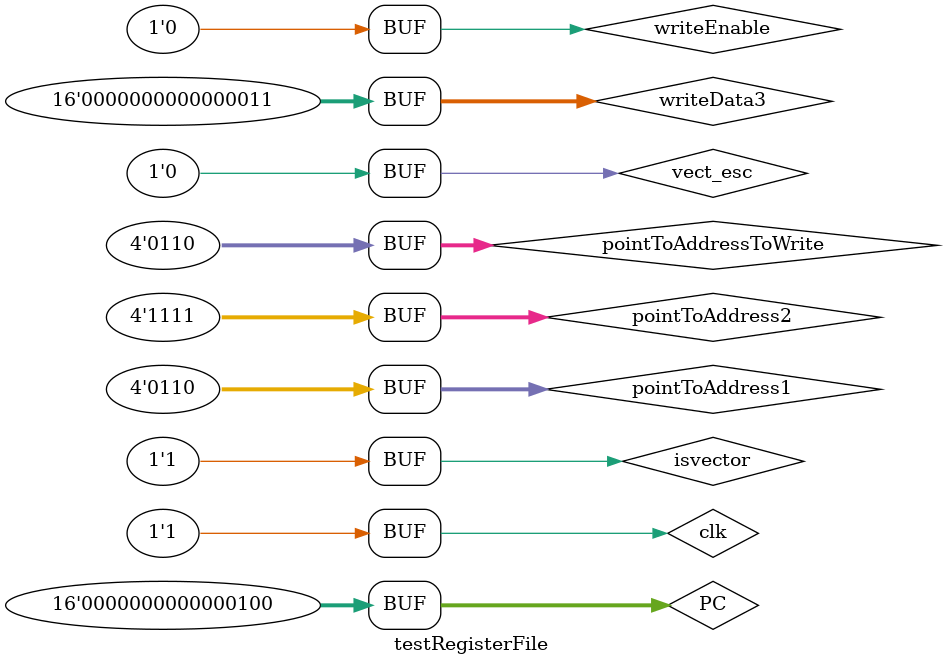
<source format=sv>
module testRegisterFile();
	
	logic clk, writeEnable;
	logic [3:0] pointToAddress1, pointToAddress2, pointToAddressToWrite;
	logic [15:0] writeData3, PC;
	logic [15:0] readData1, readData2;
	logic isvector,vect_esc;

	
	regfile #(16, 16, 4) registerFile (
	  .clk(clk),
	  .we3(writeEnable),
	  .ra1(pointToAddress1),
	  .ra2(pointToAddress2),
	  .wa3(pointToAddressToWrite),
	  .wd3(writeData3),
	  .PC(PC),
	  .isvector(isvector),
	  .vect_esc(vect_esc),
	  .rd1(readData1),
	  .rd2(readData2)
	);
						
	//Creacion de un reloj
	always begin
		clk = 0; #5; clk=~clk; #5;
	end
	
	
	initial begin	
		#5;
		vect_esc = 1'b0;
		isvector = 1'b0;
		// Ejemplo 1: MOV R3, #9 
		// Escritura (secuencial)
		pointToAddressToWrite = 4'd3; writeData3 = 16'd9; writeEnable = 1; #6; writeEnable = 0; #4;
		
		// Ejemplo 2: MOV R6, #1 
		pointToAddressToWrite = 4'd6; writeData3 = 16'd5; writeEnable = 1; #6; writeEnable = 0; #4;
		
		vect_esc = 1'b0;
		isvector = 1'b1;
		
		// Ejemplo 1: MOV R3, #9 
		// Escritura (secuencial)
		pointToAddressToWrite = 4'd4; writeData3 = 16'd8; writeEnable = 1; #6; writeEnable = 0; #4;
		
		// Ejemplo 2: MOV R6, #1 
		pointToAddressToWrite = 4'd6; writeData3 = 16'd3; writeEnable = 1; #6; writeEnable = 0; #4;
		
		
		
		// Ejemplo 3: ADD R4, R3, R9
		// Lectura (combinacional)
		pointToAddress1 = 4'd3;
		pointToAddress2 = 4'd6; #10;
		
		pointToAddress1 = 4'd4;
		pointToAddress2 = 4'd6; #10;
		
		// Ejemplo 4: B salto
		pointToAddress1 = 4'd6;  // Suponer un salto de 5 espacios
		PC = 16'd4;              // Suponer PC = 4
		pointToAddress2 = 4'd15; #10; // Apuntar a R15 para obtener la posicion actual del PC
		
	end
																
endmodule

</source>
